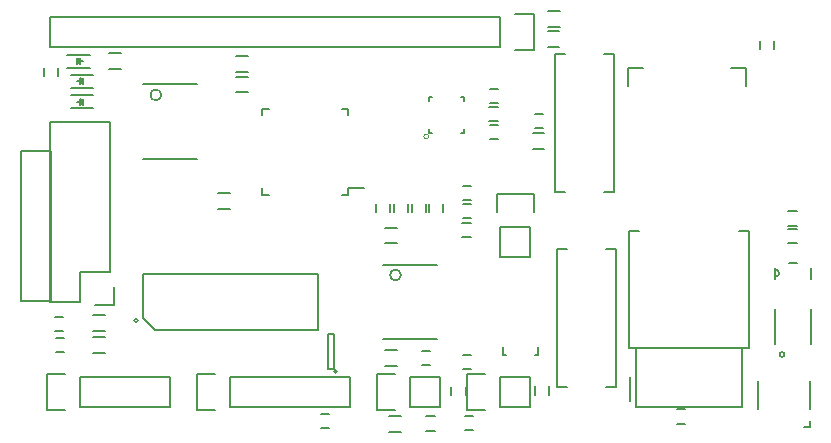
<source format=gbr>
G04 #@! TF.FileFunction,Legend,Top*
%FSLAX46Y46*%
G04 Gerber Fmt 4.6, Leading zero omitted, Abs format (unit mm)*
G04 Created by KiCad (PCBNEW 4.0.0-rc2-stable) date 4/30/2016 6:24:02 PM*
%MOMM*%
G01*
G04 APERTURE LIST*
%ADD10C,0.100000*%
%ADD11C,0.150000*%
%ADD12C,0.152400*%
%ADD13C,0.200000*%
%ADD14C,0.127000*%
G04 APERTURE END LIST*
D10*
D11*
X157790000Y-84235000D02*
X156790000Y-84235000D01*
X156790000Y-82885000D02*
X157790000Y-82885000D01*
X157840000Y-82545000D02*
X156840000Y-82545000D01*
X156840000Y-81195000D02*
X157840000Y-81195000D01*
X179020000Y-116390000D02*
X178520000Y-116390000D01*
X179020000Y-115890000D02*
X179020000Y-116390000D01*
X174620000Y-114890000D02*
X174620000Y-112490000D01*
X179020000Y-112490000D02*
X179020000Y-114890000D01*
X115850000Y-110025000D02*
X115150000Y-110025000D01*
X115150000Y-108825000D02*
X115850000Y-108825000D01*
X146175000Y-109975000D02*
X146875000Y-109975000D01*
X146875000Y-111175000D02*
X146175000Y-111175000D01*
X150300000Y-98680000D02*
X149600000Y-98680000D01*
X149600000Y-97480000D02*
X150300000Y-97480000D01*
X150330000Y-97150000D02*
X149630000Y-97150000D01*
X149630000Y-95950000D02*
X150330000Y-95950000D01*
X174770000Y-84400000D02*
X174770000Y-83700000D01*
X175970000Y-83700000D02*
X175970000Y-84400000D01*
X150270000Y-100330000D02*
X149570000Y-100330000D01*
X149570000Y-99130000D02*
X150270000Y-99130000D01*
X149630000Y-110270000D02*
X150330000Y-110270000D01*
X150330000Y-111470000D02*
X149630000Y-111470000D01*
X149770000Y-115440000D02*
X150470000Y-115440000D01*
X150470000Y-116640000D02*
X149770000Y-116640000D01*
X177180000Y-99630000D02*
X177880000Y-99630000D01*
X177880000Y-100830000D02*
X177180000Y-100830000D01*
X138325000Y-116475000D02*
X137625000Y-116475000D01*
X137625000Y-115275000D02*
X138325000Y-115275000D01*
X177180000Y-98140000D02*
X177880000Y-98140000D01*
X177880000Y-99340000D02*
X177180000Y-99340000D01*
X148650000Y-113710000D02*
X148650000Y-113010000D01*
X149850000Y-113010000D02*
X149850000Y-113710000D01*
X155720000Y-113660000D02*
X155720000Y-112960000D01*
X156920000Y-112960000D02*
X156920000Y-113660000D01*
X152580000Y-88930000D02*
X151880000Y-88930000D01*
X151880000Y-87730000D02*
X152580000Y-87730000D01*
X152570000Y-90490000D02*
X151870000Y-90490000D01*
X151870000Y-89290000D02*
X152570000Y-89290000D01*
X114150000Y-86690000D02*
X114150000Y-85990000D01*
X115350000Y-85990000D02*
X115350000Y-86690000D01*
X146525000Y-115500000D02*
X147225000Y-115500000D01*
X147225000Y-116700000D02*
X146525000Y-116700000D01*
X151880000Y-90830000D02*
X152580000Y-90830000D01*
X152580000Y-92030000D02*
X151880000Y-92030000D01*
X156400000Y-91050000D02*
X155700000Y-91050000D01*
X155700000Y-89850000D02*
X156400000Y-89850000D01*
X115800000Y-108275000D02*
X115100000Y-108275000D01*
X115100000Y-107075000D02*
X115800000Y-107075000D01*
X143770000Y-98200000D02*
X143770000Y-97500000D01*
X144970000Y-97500000D02*
X144970000Y-98200000D01*
X142270000Y-98200000D02*
X142270000Y-97500000D01*
X143470000Y-97500000D02*
X143470000Y-98200000D01*
X146770000Y-98220000D02*
X146770000Y-97520000D01*
X147970000Y-97520000D02*
X147970000Y-98220000D01*
X145270000Y-98210000D02*
X145270000Y-97510000D01*
X146470000Y-97510000D02*
X146470000Y-98210000D01*
X163580000Y-86030000D02*
X164830000Y-86030000D01*
X163580000Y-86030000D02*
X163580000Y-87530000D01*
X173580000Y-86030000D02*
X173580000Y-87530000D01*
X173580000Y-86030000D02*
X172330000Y-86030000D01*
X116110000Y-85970000D02*
X118010000Y-85970000D01*
X116110000Y-84870000D02*
X118010000Y-84870000D01*
X117010000Y-85420000D02*
X117460000Y-85420000D01*
X116960000Y-85170000D02*
X116960000Y-85670000D01*
X116960000Y-85420000D02*
X117210000Y-85170000D01*
X117210000Y-85170000D02*
X117210000Y-85670000D01*
X117210000Y-85670000D02*
X116960000Y-85420000D01*
X118310000Y-86580000D02*
X116410000Y-86580000D01*
X118310000Y-87680000D02*
X116410000Y-87680000D01*
X117410000Y-87130000D02*
X116960000Y-87130000D01*
X117460000Y-87380000D02*
X117460000Y-86880000D01*
X117460000Y-87130000D02*
X117210000Y-87380000D01*
X117210000Y-87380000D02*
X117210000Y-86880000D01*
X117210000Y-86880000D02*
X117460000Y-87130000D01*
X118330000Y-88300000D02*
X116430000Y-88300000D01*
X118330000Y-89400000D02*
X116430000Y-89400000D01*
X117430000Y-88850000D02*
X116980000Y-88850000D01*
X117480000Y-89100000D02*
X117480000Y-88600000D01*
X117480000Y-88850000D02*
X117230000Y-89100000D01*
X117230000Y-89100000D02*
X117230000Y-88600000D01*
X117230000Y-88600000D02*
X117480000Y-88850000D01*
X114680000Y-90550000D02*
X114680000Y-105790000D01*
X119760000Y-103250000D02*
X119760000Y-90550000D01*
X114680000Y-90550000D02*
X119760000Y-90550000D01*
X114680000Y-105790000D02*
X117220000Y-105790000D01*
X118490000Y-106070000D02*
X120040000Y-106070000D01*
X117220000Y-105790000D02*
X117220000Y-103250000D01*
X117220000Y-103250000D02*
X119760000Y-103250000D01*
X120040000Y-106070000D02*
X120040000Y-104520000D01*
X152780000Y-81660000D02*
X114680000Y-81660000D01*
X114680000Y-81660000D02*
X114680000Y-84200000D01*
X114680000Y-84200000D02*
X152780000Y-84200000D01*
X155600000Y-84480000D02*
X154050000Y-84480000D01*
X152780000Y-84200000D02*
X152780000Y-81660000D01*
X154050000Y-81380000D02*
X155600000Y-81380000D01*
X155600000Y-81380000D02*
X155600000Y-84480000D01*
X128650000Y-114960000D02*
X127100000Y-114960000D01*
X127100000Y-114960000D02*
X127100000Y-111860000D01*
X127100000Y-111860000D02*
X128650000Y-111860000D01*
X129920000Y-112140000D02*
X140080000Y-112140000D01*
X140080000Y-112140000D02*
X140080000Y-114680000D01*
X140080000Y-114680000D02*
X129920000Y-114680000D01*
X129920000Y-112140000D02*
X129920000Y-114680000D01*
X117220000Y-114680000D02*
X124840000Y-114680000D01*
X117220000Y-112140000D02*
X124840000Y-112140000D01*
X114400000Y-111860000D02*
X115950000Y-111860000D01*
X124840000Y-114680000D02*
X124840000Y-112140000D01*
X117220000Y-112140000D02*
X117220000Y-114680000D01*
X115950000Y-114960000D02*
X114400000Y-114960000D01*
X114400000Y-114960000D02*
X114400000Y-111860000D01*
X152780000Y-112140000D02*
X155320000Y-112140000D01*
X149960000Y-111860000D02*
X151510000Y-111860000D01*
X152780000Y-112140000D02*
X152780000Y-114680000D01*
X151510000Y-114960000D02*
X149960000Y-114960000D01*
X149960000Y-114960000D02*
X149960000Y-111860000D01*
X152780000Y-114680000D02*
X155320000Y-114680000D01*
X155320000Y-114680000D02*
X155320000Y-112140000D01*
X145160000Y-112140000D02*
X147700000Y-112140000D01*
X142340000Y-111860000D02*
X143890000Y-111860000D01*
X145160000Y-112140000D02*
X145160000Y-114680000D01*
X143890000Y-114960000D02*
X142340000Y-114960000D01*
X142340000Y-114960000D02*
X142340000Y-111860000D01*
X145160000Y-114680000D02*
X147700000Y-114680000D01*
X147700000Y-114680000D02*
X147700000Y-112140000D01*
X155320000Y-99440000D02*
X155320000Y-101980000D01*
X155600000Y-96620000D02*
X155600000Y-98170000D01*
X155320000Y-99440000D02*
X152780000Y-99440000D01*
X152500000Y-98170000D02*
X152500000Y-96620000D01*
X152500000Y-96620000D02*
X155600000Y-96620000D01*
X152780000Y-99440000D02*
X152780000Y-101980000D01*
X152780000Y-101980000D02*
X155320000Y-101980000D01*
X153180840Y-110300240D02*
X153229100Y-110300240D01*
X155979820Y-109599200D02*
X155979820Y-110300240D01*
X155979820Y-110300240D02*
X155730900Y-110300240D01*
X153180840Y-110300240D02*
X152980180Y-110300240D01*
X152980180Y-110300240D02*
X152980180Y-109599200D01*
X144000000Y-111250000D02*
X143000000Y-111250000D01*
X143000000Y-109900000D02*
X144000000Y-109900000D01*
X118300000Y-106900000D02*
X119300000Y-106900000D01*
X119300000Y-108250000D02*
X118300000Y-108250000D01*
X119300000Y-110125000D02*
X118300000Y-110125000D01*
X118300000Y-108775000D02*
X119300000Y-108775000D01*
X128920000Y-96555000D02*
X129920000Y-96555000D01*
X129920000Y-97905000D02*
X128920000Y-97905000D01*
X144400000Y-116775000D02*
X143400000Y-116775000D01*
X143400000Y-115425000D02*
X144400000Y-115425000D01*
X130430000Y-86715000D02*
X131430000Y-86715000D01*
X131430000Y-88065000D02*
X130430000Y-88065000D01*
X130410000Y-85015000D02*
X131410000Y-85015000D01*
X131410000Y-86365000D02*
X130410000Y-86365000D01*
X119650000Y-84700000D02*
X120650000Y-84700000D01*
X120650000Y-86050000D02*
X119650000Y-86050000D01*
X143000000Y-99500000D02*
X144000000Y-99500000D01*
X144000000Y-100850000D02*
X143000000Y-100850000D01*
X155525000Y-91475000D02*
X156525000Y-91475000D01*
X156525000Y-92825000D02*
X155525000Y-92825000D01*
D12*
X147402800Y-108964600D02*
X142837200Y-108964600D01*
X142837200Y-102635400D02*
X147402800Y-102635400D01*
X144358000Y-103524400D02*
G75*
G03X144358000Y-103524400I-457200J0D01*
G01*
D11*
X122095000Y-107390000D02*
G75*
G03X122095000Y-107390000I-150000J0D01*
G01*
D13*
X122520000Y-107180000D02*
X123520000Y-108180000D01*
X123520000Y-108180000D02*
X137320000Y-108180000D01*
X137320000Y-108180000D02*
X137320000Y-103400000D01*
X137320000Y-103400000D02*
X122520000Y-103400000D01*
X122520000Y-103400000D02*
X122520000Y-107180000D01*
D11*
X138920000Y-111690000D02*
G75*
G03X138920000Y-111690000I-100000J0D01*
G01*
X138170000Y-111440000D02*
X138670000Y-111440000D01*
X138170000Y-108540000D02*
X138170000Y-111440000D01*
X138670000Y-108540000D02*
X138170000Y-108540000D01*
X138670000Y-111440000D02*
X138670000Y-108540000D01*
D12*
X127122800Y-93714600D02*
X122557200Y-93714600D01*
X122557200Y-87385400D02*
X127122800Y-87385400D01*
X124078000Y-88274400D02*
G75*
G03X124078000Y-88274400I-457200J0D01*
G01*
X179078600Y-109368600D02*
X179078600Y-106371400D01*
X176081400Y-106371400D02*
X176081400Y-109368600D01*
X176640200Y-110054400D02*
G75*
G02X176640200Y-110460800I0J-203200D01*
G01*
X176640200Y-110460800D02*
G75*
G02X176640200Y-110054400I0J203200D01*
G01*
X179078600Y-103817200D02*
X179078600Y-102902800D01*
X177910200Y-102496400D02*
X177249800Y-102496400D01*
X176081400Y-102902800D02*
X176081400Y-103055200D01*
X176081400Y-103055200D02*
X176081400Y-103664800D01*
X176081400Y-103664800D02*
X176081400Y-103817200D01*
X176081400Y-103055200D02*
G75*
G02X176081400Y-103664800I0J-304800D01*
G01*
D14*
X147020000Y-91480000D02*
X146720000Y-91480000D01*
X146720000Y-91480000D02*
X146720000Y-91180000D01*
X146720000Y-88780000D02*
X146720000Y-88480000D01*
X149720000Y-88780000D02*
X149720000Y-88480000D01*
X149720000Y-91480000D02*
X149720000Y-91180000D01*
X149720000Y-91480000D02*
X149420000Y-91480000D01*
X149720000Y-88480000D02*
X149420000Y-88480000D01*
X147020000Y-88480000D02*
X146720000Y-88480000D01*
D10*
X146720000Y-91780000D02*
G75*
G03X146720000Y-91780000I-200000J0D01*
G01*
D11*
X139895000Y-96715000D02*
X139895000Y-96190000D01*
X132645000Y-96715000D02*
X132645000Y-96190000D01*
X132645000Y-89465000D02*
X132645000Y-89990000D01*
X139895000Y-89465000D02*
X139895000Y-89990000D01*
X139895000Y-96715000D02*
X139370000Y-96715000D01*
X139895000Y-89465000D02*
X139370000Y-89465000D01*
X132645000Y-89465000D02*
X133170000Y-89465000D01*
X132645000Y-96715000D02*
X133170000Y-96715000D01*
X139895000Y-96190000D02*
X141270000Y-96190000D01*
X157450640Y-84800380D02*
X157450640Y-96499620D01*
X162449360Y-96499620D02*
X162449360Y-84800380D01*
X157450640Y-96499620D02*
X158299000Y-96499620D01*
X162449360Y-96499620D02*
X161601000Y-96499620D01*
X157450640Y-84800380D02*
X158299000Y-84800380D01*
X162449360Y-84800380D02*
X161601000Y-84800380D01*
X157560640Y-101280380D02*
X157560640Y-112979620D01*
X162559360Y-112979620D02*
X162559360Y-101280380D01*
X157560640Y-112979620D02*
X158409000Y-112979620D01*
X162559360Y-112979620D02*
X161711000Y-112979620D01*
X157560640Y-101280380D02*
X158409000Y-101280380D01*
X162559360Y-101280380D02*
X161711000Y-101280380D01*
D13*
X173030000Y-99820000D02*
X173860000Y-99820000D01*
X163780000Y-114170000D02*
X163780000Y-112170000D01*
X164280000Y-109670000D02*
X164280000Y-114700000D01*
X164280000Y-114700000D02*
X173280000Y-114700000D01*
X173280000Y-114700000D02*
X173280000Y-109670000D01*
X173860000Y-99820000D02*
X173860000Y-109670000D01*
X173860000Y-109670000D02*
X163700000Y-109670000D01*
X163700000Y-109670000D02*
X163700000Y-99820000D01*
X163700000Y-99820000D02*
X164530000Y-99820000D01*
D11*
X168425000Y-116100000D02*
X167725000Y-116100000D01*
X167725000Y-114900000D02*
X168425000Y-114900000D01*
X114720000Y-93045000D02*
X114720000Y-105745000D01*
X114720000Y-105745000D02*
X112180000Y-105745000D01*
X112180000Y-105745000D02*
X112180000Y-93045000D01*
X114720000Y-93045000D02*
X112180000Y-93045000D01*
M02*

</source>
